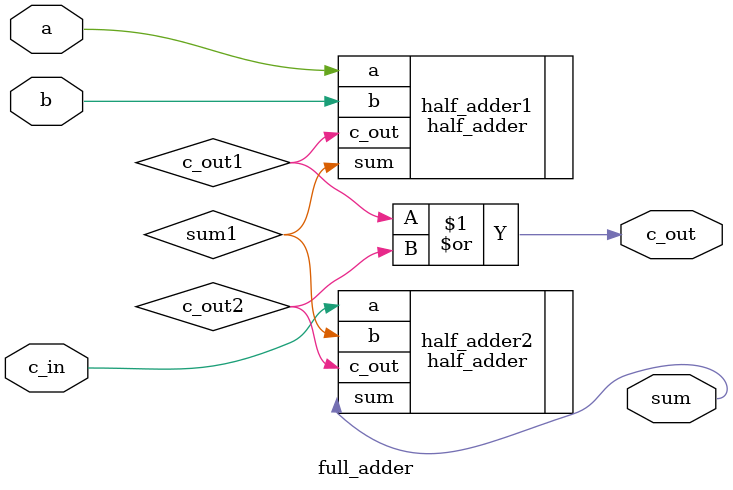
<source format=v>
`timescale 1ns / 1ps


module full_adder(input a,input b,input c_in,output sum,output c_out);
    //c_in接收半加器的进位信息
    //c_out进位信息
    //assign {cout,sum} = a + b + cin;
    wire sum1;                                        
    wire c_out1,c_out2;    
    //实例化
    half_adder half_adder1(.a(a),.b(b),.sum(sum1),.c_out(c_out1));    
    half_adder half_adder2(.a(c_in),.b(sum1),.sum(sum),.c_out(c_out2));
    assign c_out = c_out1|c_out2;
endmodule

</source>
